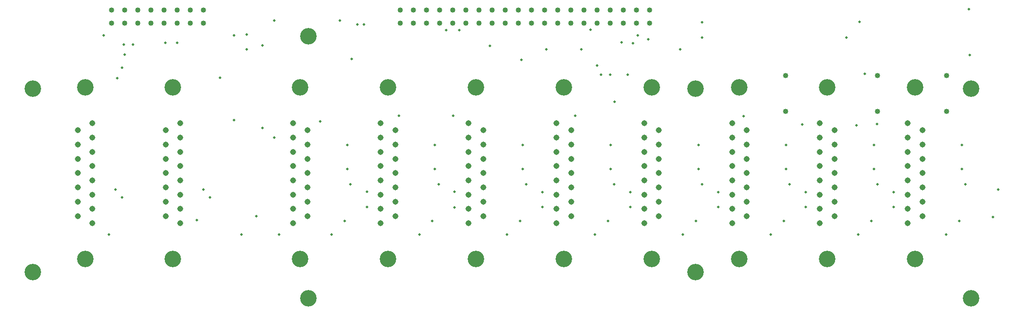
<source format=gbr>
G04 PROTEUS GERBER X2 FILE*
%TF.GenerationSoftware,Labcenter,Proteus,8.12-SP0-Build30713*%
%TF.CreationDate,2021-04-15T12:14:11+00:00*%
%TF.FileFunction,Plated,1,2,PTH*%
%TF.FilePolarity,Positive*%
%TF.Part,Single*%
%TF.SameCoordinates,{5a193cc5-51b4-4a6d-ad6d-b15ded965af5}*%
%FSLAX26Y26*%
%MOIN*%
G01*
%TA.AperFunction,ViaDrill*%
%ADD83C,0.020000*%
%TA.AperFunction,OtherDrill,Unknown*%
%ADD84C,0.126000*%
%TA.AperFunction,ComponentDrill*%
%ADD85C,0.045000*%
%ADD86C,0.126000*%
%TA.AperFunction,ComponentDrill*%
%ADD87C,0.040000*%
%TD.AperFunction*%
D83*
X+4881795Y-112150D03*
X+746362Y-613724D03*
X+1415654Y-613724D03*
X+4212504Y-112150D03*
X+4212504Y+70000D03*
X+3540787Y-112150D03*
X+3540787Y+70000D03*
X+2873921Y-112150D03*
X+2873921Y+70000D03*
X+2204630Y-112150D03*
X+2204630Y+70000D03*
X+1535339Y-112150D03*
X+1535339Y+70000D03*
X+866047Y-112150D03*
X+866047Y+70000D03*
X+196756Y-112150D03*
X+196756Y+70000D03*
X+4092819Y-613724D03*
X+3523528Y-510260D03*
X+2855787Y-510260D03*
X+2184945Y-510260D03*
X+2084945Y-613724D03*
X+2754236Y-613724D03*
X+3423528Y-613724D03*
X+4762535Y-613724D03*
X+4000000Y+890000D03*
X+1684945Y-405000D03*
X+2354236Y-290000D03*
X+3023528Y-405000D03*
X+4881795Y+70000D03*
X+893701Y-230260D03*
X+3566929Y-230260D03*
X+4909370Y-230260D03*
X+77071Y-613724D03*
X+3692819Y-405000D03*
X+3023528Y-290000D03*
X+346362Y-405000D03*
X+1015654Y-407000D03*
X+4362110Y-290000D03*
X+4362110Y-405000D03*
X-320630Y-613724D03*
X-610000Y-613724D03*
X+845787Y-510260D03*
X+1515535Y-510260D03*
X+4192819Y-510260D03*
X-1619000Y-615000D03*
X+222743Y-230260D03*
X+1559661Y-230260D03*
X+2229661Y-230260D03*
X+2899661Y-230260D03*
X+4237426Y-230260D03*
X+4079370Y+218583D03*
X+4141732Y+614173D03*
X-1519000Y+661000D03*
X-1519000Y-330000D03*
X-1100000Y+850000D03*
X-899709Y-270000D03*
X-849709Y-330000D03*
X+1526000Y+720000D03*
X-1190000Y+850000D03*
X+2900000Y+890000D03*
X+2200000Y+605000D03*
X+2334370Y+605000D03*
X+1684945Y-290000D03*
X+2354236Y-405000D03*
X-1657500Y+905000D03*
X-1435000Y+835000D03*
X-771654Y+583346D03*
X+1285000Y+825000D03*
X-448339Y+200000D03*
X-448339Y+830630D03*
X+4935000Y+1105000D03*
X+4940000Y+755000D03*
X-360339Y+125000D03*
X-360339Y+1019661D03*
X-569709Y+914709D03*
X-569709Y+800000D03*
X-664709Y+259709D03*
X-664709Y+905000D03*
X+325000Y+990000D03*
X+950000Y+945000D03*
X+275000Y+990000D03*
X+1050000Y+945000D03*
X+230000Y+725000D03*
X+5159370Y-270000D03*
X+4862535Y-510260D03*
X+5119370Y-480130D03*
X+3664370Y+225000D03*
X+2100000Y+675000D03*
X+4100000Y+1010000D03*
X+1980000Y+800000D03*
X+1715000Y+800000D03*
X+2900000Y+1005000D03*
X-1555000Y+579709D03*
X-1569000Y-270000D03*
X-1500000Y+760000D03*
X-1505000Y+835000D03*
X+4234370Y+230000D03*
X+1935079Y+294291D03*
X+2235000Y+400000D03*
X+3219370Y+290000D03*
X+2130000Y+605000D03*
X+177071Y-510260D03*
X-9134Y+251205D03*
X+592579Y+291791D03*
X+2288500Y+854500D03*
X+1004370Y+292500D03*
X+2050000Y+950000D03*
X+3692819Y-290000D03*
X+346362Y-287000D03*
X+1015654Y-287000D03*
X-497000Y-472000D03*
X-949709Y-505000D03*
X+140000Y+1020000D03*
X+2375000Y+845000D03*
X+2410000Y+905000D03*
X+2490000Y+875000D03*
X+2735000Y+800000D03*
D84*
X-2200000Y-900000D03*
X-2200000Y+500000D03*
X-100000Y+900000D03*
D85*
X+4468409Y+236000D03*
X+4468409Y+127000D03*
X+4468409Y+18000D03*
X+4468409Y-91000D03*
X+4468409Y-200000D03*
X+4468409Y-309000D03*
X+4468409Y-418000D03*
X+4468409Y-527000D03*
X+4580409Y+182000D03*
X+4580409Y+73000D03*
X+4580409Y-36000D03*
X+4580409Y-145000D03*
X+4580409Y-254000D03*
X+4580409Y-363000D03*
X+4580409Y-472000D03*
D86*
X+4524409Y+510000D03*
X+4524409Y-800000D03*
D85*
X+3799118Y+236000D03*
X+3799118Y+127000D03*
X+3799118Y+18000D03*
X+3799118Y-91000D03*
X+3799118Y-200000D03*
X+3799118Y-309000D03*
X+3799118Y-418000D03*
X+3799118Y-527000D03*
X+3911118Y+182000D03*
X+3911118Y+73000D03*
X+3911118Y-36000D03*
X+3911118Y-145000D03*
X+3911118Y-254000D03*
X+3911118Y-363000D03*
X+3911118Y-472000D03*
D86*
X+3855118Y+510000D03*
X+3855118Y-800000D03*
D85*
X+3129827Y+236000D03*
X+3129827Y+127000D03*
X+3129827Y+18000D03*
X+3129827Y-91000D03*
X+3129827Y-200000D03*
X+3129827Y-309000D03*
X+3129827Y-418000D03*
X+3129827Y-527000D03*
X+3241827Y+182000D03*
X+3241827Y+73000D03*
X+3241827Y-36000D03*
X+3241827Y-145000D03*
X+3241827Y-254000D03*
X+3241827Y-363000D03*
X+3241827Y-472000D03*
D86*
X+3185827Y+510000D03*
X+3185827Y-800000D03*
D85*
X+2460535Y+236000D03*
X+2460535Y+127000D03*
X+2460535Y+18000D03*
X+2460535Y-91000D03*
X+2460535Y-200000D03*
X+2460535Y-309000D03*
X+2460535Y-418000D03*
X+2460535Y-527000D03*
X+2572535Y+182000D03*
X+2572535Y+73000D03*
X+2572535Y-36000D03*
X+2572535Y-145000D03*
X+2572535Y-254000D03*
X+2572535Y-363000D03*
X+2572535Y-472000D03*
D86*
X+2516535Y+510000D03*
X+2516535Y-800000D03*
D85*
X+1791244Y+236000D03*
X+1791244Y+127000D03*
X+1791244Y+18000D03*
X+1791244Y-91000D03*
X+1791244Y-200000D03*
X+1791244Y-309000D03*
X+1791244Y-418000D03*
X+1791244Y-527000D03*
X+1903244Y+182000D03*
X+1903244Y+73000D03*
X+1903244Y-36000D03*
X+1903244Y-145000D03*
X+1903244Y-254000D03*
X+1903244Y-363000D03*
X+1903244Y-472000D03*
D86*
X+1847244Y+510000D03*
X+1847244Y-800000D03*
D85*
X+1121953Y+236000D03*
X+1121953Y+127000D03*
X+1121953Y+18000D03*
X+1121953Y-91000D03*
X+1121953Y-200000D03*
X+1121953Y-309000D03*
X+1121953Y-418000D03*
X+1121953Y-527000D03*
X+1233953Y+182000D03*
X+1233953Y+73000D03*
X+1233953Y-36000D03*
X+1233953Y-145000D03*
X+1233953Y-254000D03*
X+1233953Y-363000D03*
X+1233953Y-472000D03*
D86*
X+1177953Y+510000D03*
X+1177953Y-800000D03*
D85*
X+452661Y+236000D03*
X+452661Y+127000D03*
X+452661Y+18000D03*
X+452661Y-91000D03*
X+452661Y-200000D03*
X+452661Y-309000D03*
X+452661Y-418000D03*
X+452661Y-527000D03*
X+564661Y+182000D03*
X+564661Y+73000D03*
X+564661Y-36000D03*
X+564661Y-145000D03*
X+564661Y-254000D03*
X+564661Y-363000D03*
X+564661Y-472000D03*
D86*
X+508661Y+510000D03*
X+508661Y-800000D03*
D85*
X-216630Y+236000D03*
X-216630Y+127000D03*
X-216630Y+18000D03*
X-216630Y-91000D03*
X-216630Y-200000D03*
X-216630Y-309000D03*
X-216630Y-418000D03*
X-216630Y-527000D03*
X-104630Y+182000D03*
X-104630Y+73000D03*
X-104630Y-36000D03*
X-104630Y-145000D03*
X-104630Y-254000D03*
X-104630Y-363000D03*
X-104630Y-472000D03*
D86*
X-160630Y+510000D03*
X-160630Y-800000D03*
D87*
X+600000Y+1000000D03*
X+600000Y+1100000D03*
X+700000Y+1000000D03*
X+700000Y+1100000D03*
X+800000Y+1000000D03*
X+800000Y+1100000D03*
X+900000Y+1000000D03*
X+900000Y+1100000D03*
X+1000000Y+1000000D03*
X+1000000Y+1100000D03*
X+1100000Y+1000000D03*
X+1100000Y+1100000D03*
X+1200000Y+1000000D03*
X+1200000Y+1100000D03*
X+1300000Y+1000000D03*
X+1300000Y+1100000D03*
X+1400000Y+1000000D03*
X+1400000Y+1100000D03*
X+1500000Y+1000000D03*
X+1500000Y+1100000D03*
X+1600000Y+1000000D03*
X+1600000Y+1100000D03*
X+1700000Y+1000000D03*
X+1700000Y+1100000D03*
X+1800000Y+1000000D03*
X+1800000Y+1100000D03*
X+1900000Y+1000000D03*
X+1900000Y+1100000D03*
X+2000000Y+1000000D03*
X+2000000Y+1100000D03*
X+2100000Y+1000000D03*
X+2100000Y+1100000D03*
X+2200000Y+1000000D03*
X+2200000Y+1100000D03*
X+2300000Y+1000000D03*
X+2300000Y+1100000D03*
X+2400000Y+1000000D03*
X+2400000Y+1100000D03*
X+2500000Y+1000000D03*
X+2500000Y+1100000D03*
X-1600000Y+1000000D03*
X-1600000Y+1100000D03*
X-1500000Y+1000000D03*
X-1500000Y+1100000D03*
X-1400000Y+1000000D03*
X-1400000Y+1100000D03*
X-1300000Y+1000000D03*
X-1300000Y+1100000D03*
X-1200000Y+1000000D03*
X-1200000Y+1100000D03*
X-1100000Y+1000000D03*
X-1100000Y+1100000D03*
X-1000000Y+1000000D03*
X-1000000Y+1100000D03*
X-900000Y+1000000D03*
X-900000Y+1100000D03*
D85*
X-1744000Y+236000D03*
X-1744000Y+127000D03*
X-1744000Y+18000D03*
X-1744000Y-91000D03*
X-1744000Y-200000D03*
X-1744000Y-309000D03*
X-1744000Y-418000D03*
X-1744000Y-527000D03*
X-1856000Y+182000D03*
X-1856000Y+73000D03*
X-1856000Y-36000D03*
X-1856000Y-145000D03*
X-1856000Y-254000D03*
X-1856000Y-363000D03*
X-1856000Y-472000D03*
D86*
X-1800000Y+510000D03*
X-1800000Y-800000D03*
D85*
X-1074709Y+236000D03*
X-1074709Y+127000D03*
X-1074709Y+18000D03*
X-1074709Y-91000D03*
X-1074709Y-200000D03*
X-1074709Y-309000D03*
X-1074709Y-418000D03*
X-1074709Y-527000D03*
X-1186709Y+182000D03*
X-1186709Y+73000D03*
X-1186709Y-36000D03*
X-1186709Y-145000D03*
X-1186709Y-254000D03*
X-1186709Y-363000D03*
X-1186709Y-472000D03*
D86*
X-1130709Y+510000D03*
X-1130709Y-800000D03*
D84*
X+4950000Y-1100000D03*
X+4950000Y+500000D03*
D87*
X+4239370Y+600000D03*
X+4239370Y+325000D03*
X+4764370Y+325000D03*
X+4764370Y+600000D03*
D84*
X-100000Y-1100000D03*
X+2850000Y-900000D03*
X+2850000Y+500000D03*
D87*
X+3539370Y+325000D03*
X+3539370Y+600000D03*
M02*

</source>
